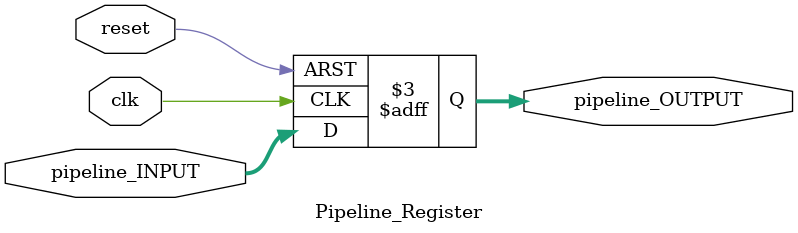
<source format=v>
/******************************************************************
* Description
*	This is a register of 32-bit that corresponds to the PC counter. 
*	This register does not have an enable signal.
* Version:
*	1.0
* Author:
*	Dr. José Luis Pizano Escalante
* email:
*	luispizano@iteso.mx
* Date:
*	16/08/2021
******************************************************************/

module Pipeline_Register
#(
	parameter N=32
)
(
	input clk,
	input reset,
	input  [N-1:0] pipeline_INPUT,
	
	
	output reg [N-1:0] pipeline_OUTPUT
);

always@(negedge reset or negedge clk) begin
	if(reset==0)
		pipeline_OUTPUT <= 0;
	else	
		pipeline_OUTPUT <= pipeline_INPUT;
end

endmodule

</source>
